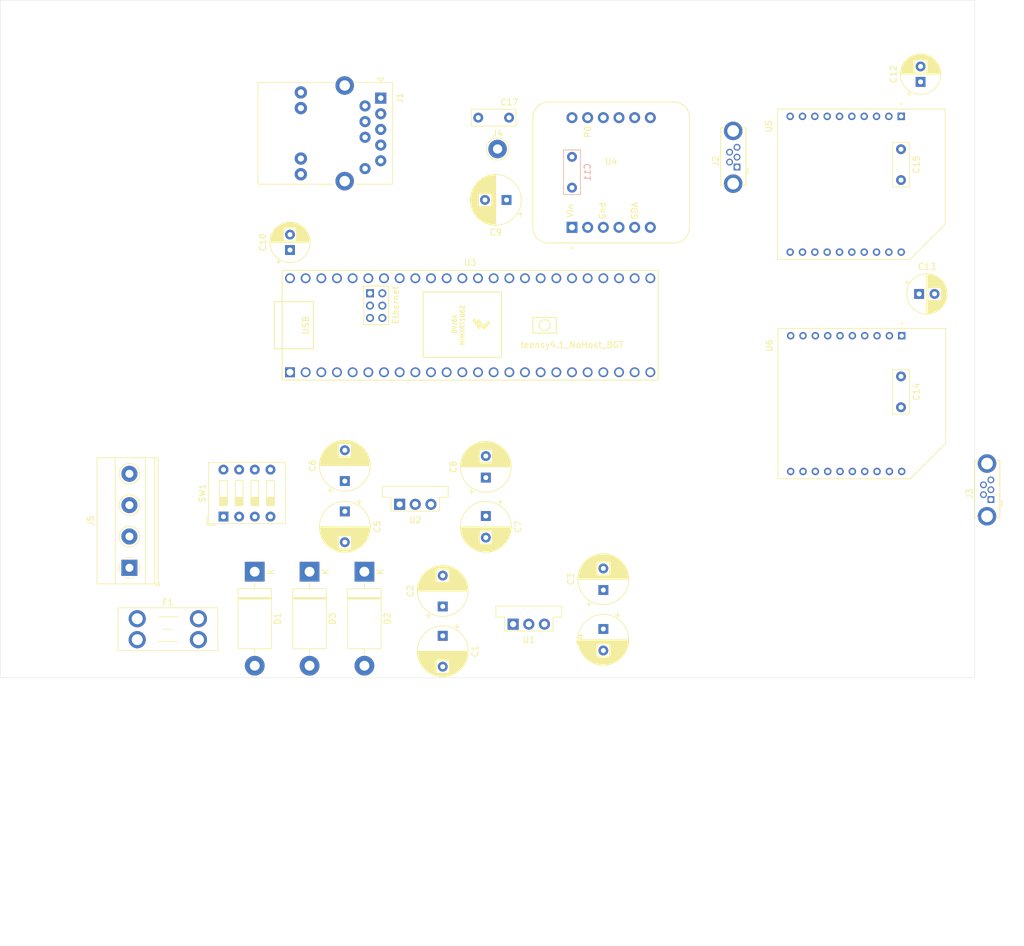
<source format=kicad_pcb>
(kicad_pcb (version 20211014) (generator pcbnew)
  (layers (0 "F.Cu" signal) (31 "B.Cu" signal) (34 "B.Paste" user) (35 "F.Paste" user) (36 "B.SilkS" user "B.Silkscreen") (37 "F.SilkS" user "F.Silkscreen") (38 "B.Mask" user) (39 "F.Mask" user) (44 "Edge.Cuts" user))
  (net 0 "")
  (net 1 "GND")
  (net 2 "+3V3")
  (net 3 "+5V")
  (net 4 "Net-(C1-Pad1)")
  (net 5 "Net-(C5-Pad1)")
  (net 6 "+12V")
  (net 7 "Net-(J1-Pad3)")
  (net 8 "Net-(J1-Pad6)")
  (net 9 "Net-(C11-Pad1)")
  (net 11 "Net-(C17-Pad1)")
  (net 12 "Net-(J2-Pad1)")
  (net 13 "Net-(J2-Pad2)")
  (net 14 "Net-(J2-Pad3)")
  (net 16 "Net-(J3-Pad1)")
  (net 17 "Net-(J3-Pad2)")
  (net 18 "Net-(J3-Pad3)")
  (net 20 "Net-(J1-Pad1)")
  (net 21 "Net-(J1-Pad2)")
  (net 66 "Net-(U5-Pad16)")
  (net 82 "Net-(J1-Pad13)")
  (net 83 "Net-(SW1-Pad5)")
  (net 84 "Net-(SW1-Pad6)")
  (net 85 "Net-(SW1-Pad7)")
  (net 86 "Net-(SW1-Pad8)")
  (net 87 "Net-(U3-Pad38)")
  (net 88 "Net-(U3-Pad39)")
  (net 89 "Net-(U3-Pad42)")
  (net 90 "Net-(U3-Pad43)")
  (net 93 "Earth")
  (net 98 "Net-(D3-Pad1)")
  (footprint "Diode_THT:D_DO-201AD_P15.24mm_Horizontal" (layer "F.Cu") (at 185.42 146.638557 -90)
    (fp_text reference "D2" (at 7.62 -3.72 90) (layer "F.SilkS"))
    (fp_text value "1N5401")
    (fp_text user "K" (at 0 -2.6 90) (layer "F.SilkS"))
    (pad "1" thru_hole rect (at 0 0 270) (size 3.2 3.2) (drill 1.6) (layers *.Cu *.Mask) (net 4 "Net-(C1-Pad1)"))
    (pad "2" thru_hole oval (at 15.24 0 270) (size 3.2 3.2) (drill 1.6) (layers *.Cu *.Mask) (net 98 "Net-(D3-Pad1)"))
  )
  (footprint "Button_Switch_THT:SW_DIP_SPSTx04_Slide_9.78x12.34mm_W7.62mm_P2.54mm" (layer "F.Cu") (at 162.57 137.706057 90)
    (fp_text reference "SW1" (at 3.81 -3.42 90) (layer "F.SilkS"))
    (fp_text value "SW_DIP_x04")
    (pad "1" thru_hole rect (at 0 0 90) (size 1.6 1.6) (drill 0.8) (layers *.Cu *.Mask) (net 1 "GND"))
    (pad "2" thru_hole oval (at 0 2.54 90) (size 1.6 1.6) (drill 0.8) (layers *.Cu *.Mask) (net 1 "GND"))
    (pad "3" thru_hole oval (at 0 5.08 90) (size 1.6 1.6) (drill 0.8) (layers *.Cu *.Mask) (net 1 "GND"))
    (pad "4" thru_hole oval (at 0 7.62 90) (size 1.6 1.6) (drill 0.8) (layers *.Cu *.Mask) (net 1 "GND"))
    (pad "5" thru_hole oval (at 7.62 7.62 90) (size 1.6 1.6) (drill 0.8) (layers *.Cu *.Mask) (net 83 "Net-(SW1-Pad5)"))
    (pad "6" thru_hole oval (at 7.62 5.08 90) (size 1.6 1.6) (drill 0.8) (layers *.Cu *.Mask) (net 84 "Net-(SW1-Pad6)"))
    (pad "7" thru_hole oval (at 7.62 2.54 90) (size 1.6 1.6) (drill 0.8) (layers *.Cu *.Mask) (net 85 "Net-(SW1-Pad7)"))
    (pad "8" thru_hole oval (at 7.62 0 90) (size 1.6 1.6) (drill 0.8) (layers *.Cu *.Mask) (net 86 "Net-(SW1-Pad8)"))
  )
  (footprint "Capacitor_THT:CP_Radial_D8.0mm_P5.00mm" (layer "F.Cu") (at 198.12 152.267114 90)
    (fp_text reference "C2" (at 2.5 -5.25 90) (layer "F.SilkS"))
    (fp_text value "470uF")
    (pad "1" thru_hole rect (at 0 0 90) (size 1.6 1.6) (drill 0.8) (layers *.Cu *.Mask) (net 4 "Net-(C1-Pad1)"))
    (pad "2" thru_hole circle (at 5 0 90) (size 1.6 1.6) (drill 0.8) (layers *.Cu *.Mask) (net 1 "GND"))
  )
  (footprint "Capacitor_THT:CP_Radial_D8.0mm_P3.50mm" (layer "F.Cu") (at 205.105 137.607047 -90)
    (fp_text reference "C7" (at 1.75 -5.25 90) (layer "F.SilkS"))
    (fp_text value "100uF")
    (pad "1" thru_hole rect (at 0 0 270) (size 1.6 1.6) (drill 0.8) (layers *.Cu *.Mask) (net 3 "+5V"))
    (pad "2" thru_hole circle (at 3.5 0 270) (size 1.6 1.6) (drill 0.8) (layers *.Cu *.Mask) (net 1 "GND"))
  )
  (footprint "Capacitor_THT:CP_Radial_D6.3mm_P2.50mm" (layer "F.Cu") (at 275.352662 101.6)
    (fp_text reference "C13" (at 1.25 -4.4) (layer "F.SilkS"))
    (fp_text value "1uF")
    (pad "1" thru_hole rect (at 0 0) (size 1.6 1.6) (drill 0.8) (layers *.Cu *.Mask) (net 2 "+3V3"))
    (pad "2" thru_hole circle (at 2.5 0) (size 1.6 1.6) (drill 0.8) (layers *.Cu *.Mask) (net 1 "GND"))
  )
  (footprint "AA_Foots:Teensy41_BGT" (layer "F.Cu") (at 202.565 106.68)
    (fp_text reference "U3" (at 0 -10.16) (layer "F.SilkS"))
    (fp_text value "teensy4.1_NoHost_BGT" (at 16.51 3.175) (layer "F.SilkS"))
    (fp_text user "DVJ6A" (at -2.54 -0.18 90) (layer "F.SilkS") (effects (font (size 0.7 0.7))))
    (fp_text user "MIMXRT1062" (at -1.27 0 90) (layer "F.SilkS") (effects (font (size 0.7 0.7))))
    (fp_text user "Ethernet" (at -12.065 -3.2766 90) (layer "F.SilkS"))
    (fp_text user "USB" (at -26.67 0 90) (layer "F.SilkS"))
    (pad "1" thru_hole rect (at -29.21 7.62) (size 1.6 1.6) (drill 1.1) (layers *.Cu *.Mask) (net 1 "GND"))
    (pad "2" thru_hole circle (at -26.67 7.62) (size 1.6 1.6) (drill 1.1) (layers *.Cu *.Mask))
    (pad "3" thru_hole circle (at -24.13 7.62) (size 1.6 1.6) (drill 1.1) (layers *.Cu *.Mask))
    (pad "4" thru_hole circle (at -21.59 7.62) (size 1.6 1.6) (drill 1.1) (layers *.Cu *.Mask))
    (pad "5" thru_hole circle (at -19.05 7.62) (size 1.6 1.6) (drill 1.1) (layers *.Cu *.Mask))
    (pad "6" thru_hole circle (at -16.51 7.62) (size 1.6 1.6) (drill 1.1) (layers *.Cu *.Mask))
    (pad "7" thru_hole circle (at -13.97 7.62) (size 1.6 1.6) (drill 1.1) (layers *.Cu *.Mask))
    (pad "8" thru_hole circle (at -11.43 7.62) (size 1.6 1.6) (drill 1.1) (layers *.Cu *.Mask))
    (pad "9" thru_hole circle (at -8.89 7.62) (size 1.6 1.6) (drill 1.1) (layers *.Cu *.Mask))
    (pad "10" thru_hole circle (at -6.35 7.62) (size 1.6 1.6) (drill 1.1) (layers *.Cu *.Mask))
    (pad "11" thru_hole circle (at -3.81 7.62) (size 1.6 1.6) (drill 1.1) (layers *.Cu *.Mask) (net 86 "Net-(SW1-Pad8)"))
    (pad "12" thru_hole circle (at -1.27 7.62) (size 1.6 1.6) (drill 1.1) (layers *.Cu *.Mask) (net 85 "Net-(SW1-Pad7)"))
    (pad "13" thru_hole circle (at 1.27 7.62) (size 1.6 1.6) (drill 1.1) (layers *.Cu *.Mask) (net 84 "Net-(SW1-Pad6)"))
    (pad "14" thru_hole circle (at 3.81 7.62) (size 1.6 1.6) (drill 1.1) (layers *.Cu *.Mask) (net 83 "Net-(SW1-Pad5)"))
    (pad "15" thru_hole circle (at 6.35 7.62) (size 1.6 1.6) (drill 1.1) (layers *.Cu *.Mask))
    (pad "16" thru_hole circle (at 8.89 7.62) (size 1.6 1.6) (drill 1.1) (layers *.Cu *.Mask))
    (pad "17" thru_hole circle (at 11.43 7.62) (size 1.6 1.6) (drill 1.1) (layers *.Cu *.Mask))
    (pad "18" thru_hole circle (at 13.97 7.62) (size 1.6 1.6) (drill 1.1) (layers *.Cu *.Mask))
    (pad "19" thru_hole circle (at 16.51 7.62) (size 1.6 1.6) (drill 1.1) (layers *.Cu *.Mask))
    (pad "20" thru_hole circle (at 19.05 7.62) (size 1.6 1.6) (drill 1.1) (layers *.Cu *.Mask))
    (pad "21" thru_hole circle (at 21.59 7.62) (size 1.6 1.6) (drill 1.1) (layers *.Cu *.Mask))
    (pad "22" thru_hole circle (at 24.13 7.62) (size 1.6 1.6) (drill 1.1) (layers *.Cu *.Mask))
    (pad "23" thru_hole circle (at 26.67 7.62) (size 1.6 1.6) (drill 1.1) (layers *.Cu *.Mask))
    (pad "24" thru_hole circle (at 29.21 7.62) (size 1.6 1.6) (drill 1.1) (layers *.Cu *.Mask))
    (pad "25" thru_hole circle (at 29.21 -7.62) (size 1.6 1.6) (drill 1.1) (layers *.Cu *.Mask))
    (pad "26" thru_hole circle (at 26.67 -7.62) (size 1.6 1.6) (drill 1.1) (layers *.Cu *.Mask))
    (pad "27" thru_hole circle (at 24.13 -7.62) (size 1.6 1.6) (drill 1.1) (layers *.Cu *.Mask))
    (pad "28" thru_hole circle (at 21.59 -7.62) (size 1.6 1.6) (drill 1.1) (layers *.Cu *.Mask))
    (pad "29" thru_hole circle (at 19.05 -7.62) (size 1.6 1.6) (drill 1.1) (layers *.Cu *.Mask))
    (pad "30" thru_hole circle (at 16.51 -7.62) (size 1.6 1.6) (drill 1.1) (layers *.Cu *.Mask))
    (pad "31" thru_hole circle (at 13.97 -7.62) (size 1.6 1.6) (drill 1.1) (layers *.Cu *.Mask))
    (pad "32" thru_hole circle (at 11.43 -7.62) (size 1.6 1.6) (drill 1.1) (layers *.Cu *.Mask))
    (pad "33" thru_hole circle (at 8.89 -7.62) (size 1.6 1.6) (drill 1.1) (layers *.Cu *.Mask))
    (pad "34" thru_hole circle (at 6.35 -7.62) (size 1.6 1.6) (drill 1.1) (layers *.Cu *.Mask) (net 1 "GND"))
    (pad "35" thru_hole circle (at 3.81 -7.62) (size 1.6 1.6) (drill 1.1) (layers *.Cu *.Mask))
    (pad "36" thru_hole circle (at 1.27 -7.62) (size 1.6 1.6) (drill 1.1) (layers *.Cu *.Mask))
    (pad "37" thru_hole circle (at -1.27 -7.62) (size 1.6 1.6) (drill 1.1) (layers *.Cu *.Mask))
    (pad "38" thru_hole circle (at -3.81 -7.62) (size 1.6 1.6) (drill 1.1) (layers *.Cu *.Mask) (net 87 "Net-(U3-Pad38)"))
    (pad "39" thru_hole circle (at -6.35 -7.62) (size 1.6 1.6) (drill 1.1) (layers *.Cu *.Mask) (net 88 "Net-(U3-Pad39)"))
    (pad "40" thru_hole circle (at -8.89 -7.62) (size 1.6 1.6) (drill 1.1) (layers *.Cu *.Mask))
    (pad "41" thru_hole circle (at -11.43 -7.62) (size 1.6 1.6) (drill 1.1) (layers *.Cu *.Mask))
    (pad "42" thru_hole circle (at -13.97 -7.62) (size 1.6 1.6) (drill 1.1) (layers *.Cu *.Mask) (net 89 "Net-(U3-Pad42)"))
    (pad "43" thru_hole circle (at -16.51 -7.62) (size 1.6 1.6) (drill 1.1) (layers *.Cu *.Mask) (net 90 "Net-(U3-Pad43)"))
    (pad "44" thru_hole circle (at -19.05 -7.62) (size 1.6 1.6) (drill 1.1) (layers *.Cu *.Mask))
    (pad "45" thru_hole circle (at -21.59 -7.62) (size 1.6 1.6) (drill 1.1) (layers *.Cu *.Mask))
    (pad "46" thru_hole circle (at -24.13 -7.62) (size 1.6 1.6) (drill 1.1) (layers *.Cu *.Mask) (net 9 "Net-(C11-Pad1)"))
    (pad "47" thru_hole circle (at -26.67 -7.62) (size 1.6 1.6) (drill 1.1) (layers *.Cu *.Mask) (net 1 "GND"))
    (pad "48" thru_hole circle (at -29.21 -7.62) (size 1.6 1.6) (drill 1.1) (layers *.Cu *.Mask) (net 3 "+5V"))
    (pad "60" thru_hole rect (at -16.24 -5.1816) (size 1.3 1.3) (drill 0.8) (layers *.Cu *.Mask) (net 7 "Net-(J1-Pad3)"))
    (pad "61" thru_hole circle (at -16.24 -3.1816) (size 1.3 1.3) (drill 0.8) (layers *.Cu *.Mask) (net 82 "Net-(J1-Pad13)"))
    (pad "62" thru_hole circle (at -16.24 -1.1816) (size 1.3 1.3) (drill 0.8) (layers *.Cu *.Mask) (net 21 "Net-(J1-Pad2)"))
    (pad "63" thru_hole circle (at -14.24 -1.1816) (size 1.3 1.3) (drill 0.8) (layers *.Cu *.Mask) (net 20 "Net-(J1-Pad1)"))
    (pad "64" thru_hole circle (at -14.24 -3.1816) (size 1.3 1.3) (drill 0.8) (layers *.Cu *.Mask) (net 1 "GND"))
    (pad "65" thru_hole circle (at -14.24 -5.1816) (size 1.3 1.3) (drill 0.8) (layers *.Cu *.Mask) (net 8 "Net-(J1-Pad6)"))
  )
  (footprint "Converter_DCDC:Converter_DCDC_Murata_OKI-78SR_Vertical" (layer "F.Cu") (at 209.53 155.143557)
    (fp_text reference "U1" (at 2.54 2.54) (layer "F.SilkS"))
    (fp_text value "OKI-78SR-3.3_1.5-W36-C")
    (pad "1" thru_hole rect (at 0 0) (size 1.8 1.8) (drill 1) (layers *.Cu *.Mask) (net 4 "Net-(C1-Pad1)"))
    (pad "2" thru_hole circle (at 2.54 0) (size 1.8 1.8) (drill 1) (layers *.Cu *.Mask) (net 1 "GND"))
    (pad "3" thru_hole circle (at 5.08 0) (size 1.8 1.8) (drill 1) (layers *.Cu *.Mask) (net 2 "+3V3"))
  )
  (footprint "MyFootprints:USB_Mini_B_AdamTech_musb_b5_s_vt_02_TH" (layer "F.Cu") (at 245.227 79.4248 90)
    (fp_text reference "J2" (at -0.65 -2.85 90) (layer "F.SilkS"))
    (fp_text value "USB_B_Micro_L")
    (pad "1" thru_hole rect (at -1.6 0.6 90) (size 1.1 1.1) (drill 0.7) (layers *.Cu *.Mask) (net 12 "Net-(J2-Pad1)"))
    (pad "2" thru_hole circle (at -0.8 -0.6 90) (size 1.1 1.1) (drill 0.7) (layers *.Cu *.Mask) (net 13 "Net-(J2-Pad2)"))
    (pad "3" thru_hole circle (at 0 0.6 90) (size 1.1 1.1) (drill 0.7) (layers *.Cu *.Mask) (net 14 "Net-(J2-Pad3)"))
    (pad "4" thru_hole circle (at 0.8 -0.6 90) (size 1.1 1.1) (drill 0.7) (layers *.Cu *.Mask))
    (pad "5" thru_hole circle (at 1.6 0.6 90) (size 1.1 1.1) (drill 0.7) (layers *.Cu *.Mask) (net 1 "GND"))
    (pad "6" thru_hole circle (at 4.25 -0.025 90) (size 3 3) (drill 1.9) (layers *.Cu *.Mask) (net 1 "GND"))
    (pad "6" thru_hole circle (at -4.3 -0.025 90) (size 3 3) (drill 1.9) (layers *.Cu *.Mask) (net 1 "GND"))
  )
  (footprint "Connector_Pin:Pin_D1.3mm_L11.0mm_LooseFit" (layer "F.Cu") (at 207.01 78.105 180)
    (fp_text reference "J4" (at 0 2.55) (layer "F.SilkS"))
    (fp_text value "Chassis Gnd")
    (pad "1" thru_hole circle (at 0 0 180) (size 3 3) (drill 1.5) (layers *.Cu *.Mask) (net 93 "Earth"))
  )
  (footprint "Capacitor_THT:C_Disc_D7.0mm_W2.5mm_P5.00mm" (layer "F.Cu") (at 272.415 114.975 -90)
    (fp_text reference "C14" (at 2.5 -2.5 90) (layer "F.SilkS"))
    (fp_text value "0.1uF")
    (pad "1" thru_hole circle (at 0 0 270) (size 1.6 1.6) (drill 0.8) (layers *.Cu *.Mask) (net 2 "+3V3"))
    (pad "2" thru_hole circle (at 5 0 270) (size 1.6 1.6) (drill 0.8) (layers *.Cu *.Mask) (net 1 "GND"))
  )
  (footprint "Capacitor_THT:C_Disc_D7.0mm_W2.5mm_P5.00mm" (layer "F.Cu") (at 272.415 78.145 -90)
    (fp_text reference "C15" (at 2.5 -2.5 90) (layer "F.SilkS"))
    (fp_text value "0.1uF")
    (pad "1" thru_hole circle (at 0 0 270) (size 1.6 1.6) (drill 0.8) (layers *.Cu *.Mask) (net 2 "+3V3"))
    (pad "2" thru_hole circle (at 5 0 270) (size 1.6 1.6) (drill 0.8) (layers *.Cu *.Mask) (net 1 "GND"))
  )
  (footprint "Capacitor_THT:CP_Radial_D8.0mm_P3.50mm" (layer "F.Cu") (at 205.105 131.387349 90)
    (fp_text reference "C8" (at 1.75 -5.25 90) (layer "F.SilkS"))
    (fp_text value "100uF")
    (pad "1" thru_hole rect (at 0 0 90) (size 1.6 1.6) (drill 0.8) (layers *.Cu *.Mask) (net 3 "+5V"))
    (pad "2" thru_hole circle (at 3.5 0 90) (size 1.6 1.6) (drill 0.8) (layers *.Cu *.Mask) (net 1 "GND"))
  )
  (footprint "Converter_DCDC:Converter_DCDC_Murata_OKI-78SR_Vertical" (layer "F.Cu") (at 191.125 135.713557)
    (fp_text reference "U2" (at 2.54 2.54) (layer "F.SilkS"))
    (fp_text value "OKI-78SR-5_1.5-W36-C")
    (pad "1" thru_hole rect (at 0 0) (size 1.8 1.8) (drill 1) (layers *.Cu *.Mask) (net 5 "Net-(C5-Pad1)"))
    (pad "2" thru_hole circle (at 2.54 0) (size 1.8 1.8) (drill 1) (layers *.Cu *.Mask) (net 1 "GND"))
    (pad "3" thru_hole circle (at 5.08 0) (size 1.8 1.8) (drill 1) (layers *.Cu *.Mask) (net 3 "+5V"))
  )
  (footprint "Capacitor_THT:CP_Radial_D8.0mm_P5.00mm" (layer "F.Cu") (at 198.12 157.033255 -90)
    (fp_text reference "C1" (at 2.5 -5.25 90) (layer "F.SilkS"))
    (fp_text value "470uF")
    (pad "1" thru_hole rect (at 0 0 270) (size 1.6 1.6) (drill 0.8) (layers *.Cu *.Mask) (net 4 "Net-(C1-Pad1)"))
    (pad "2" thru_hole circle (at 5 0 270) (size 1.6 1.6) (drill 0.8) (layers *.Cu *.Mask) (net 1 "GND"))
  )
  (footprint "AA_Foots:BNO085_Adafruit_4754" (layer "F.Cu") (at 225.425 81.915)
    (fp_text reference "U4" (at 0 -1.8) (layer "F.SilkS"))
    (fp_text value "Ada BNO085")
    (fp_text user "Vin" (at -6.6 6.2 90 unlocked) (layer "F.SilkS"))
    (fp_text user "Gnd" (at -1.4 6.2 90 unlocked) (layer "F.SilkS"))
    (fp_text user "P0" (at -3.8 -6.6 90 unlocked) (layer "F.SilkS"))
    (fp_text user "SDA" (at 3.8 6.2 90 unlocked) (layer "F.SilkS"))
    (pad "JP1_1" thru_hole rect (at -6.35 8.89) (size 1.778 1.778) (drill 1) (layers *.Cu *.Mask) (net 9 "Net-(C11-Pad1)"))
    (pad "JP1_2" thru_hole circle (at -3.81 8.89) (size 1.778 1.778) (drill 1) (layers *.Cu *.Mask))
    (pad "JP1_3" thru_hole circle (at -1.27 8.89) (size 1.778 1.778) (drill 1) (layers *.Cu *.Mask) (net 1 "GND"))
    (pad "JP1_4" thru_hole circle (at 1.27 8.89) (size 1.778 1.778) (drill 1) (layers *.Cu *.Mask))
    (pad "JP1_5" thru_hole circle (at 3.81 8.89) (size 1.778 1.778) (drill 1) (layers *.Cu *.Mask))
    (pad "JP1_6" thru_hole circle (at 6.35 8.89) (size 1.778 1.778) (drill 1) (layers *.Cu *.Mask))
    (pad "JP2_1" thru_hole circle (at -6.35 -8.89) (size 1.778 1.778) (drill 1) (layers *.Cu *.Mask))
    (pad "JP2_2" thru_hole circle (at -3.81 -8.89) (size 1.778 1.778) (drill 1) (layers *.Cu *.Mask) (net 9 "Net-(C11-Pad1)"))
    (pad "JP2_3" thru_hole circle (at -1.27 -8.89) (size 1.778 1.778) (drill 1) (layers *.Cu *.Mask))
    (pad "JP2_4" thru_hole circle (at 1.27 -8.89) (size 1.778 1.778) (drill 1) (layers *.Cu *.Mask))
    (pad "JP2_5" thru_hole circle (at 3.81 -8.89) (size 1.778 1.778) (drill 1) (layers *.Cu *.Mask))
    (pad "JP2_6" thru_hole circle (at 6.35 -8.89) (size 1.778 1.778) (drill 1) (layers *.Cu *.Mask))
  )
  (footprint "AA_Foots:MODULE_AS-RTK2B-MICRO-F9P-L1L2SMATH-00" (layer "F.Cu") (at 266.065 119.38 -90)
    (fp_text reference "U6" (at -9.4 14.985 90) (layer "F.SilkS"))
    (fp_text value "F9P_Micro_Right")
    (pad "1" thru_hole rect (at -11.0039 -6.4642 270) (size 1.208 1.208) (drill 0.7) (layers *.Cu *.Mask) (net 2 "+3V3"))
    (pad "2" thru_hole circle (at -11.0039 -4.4642 270) (size 1.208 1.208) (drill 0.7) (layers *.Cu *.Mask) (net 87 "Net-(U3-Pad38)"))
    (pad "3" thru_hole circle (at -11.0039 -2.4642 270) (size 1.208 1.208) (drill 0.7) (layers *.Cu *.Mask) (net 88 "Net-(U3-Pad39)"))
    (pad "4" thru_hole circle (at -11.0039 -0.4642 270) (size 1.208 1.208) (drill 0.7) (layers *.Cu *.Mask))
    (pad "5" thru_hole circle (at -11.0039 1.5358 270) (size 1.208 1.208) (drill 0.7) (layers *.Cu *.Mask))
    (pad "6" thru_hole circle (at -11.0039 3.5358 270) (size 1.208 1.208) (drill 0.7) (layers *.Cu *.Mask) (net 16 "Net-(J3-Pad1)"))
    (pad "7" thru_hole circle (at -11.0039 5.5358 270) (size 1.208 1.208) (drill 0.7) (layers *.Cu *.Mask) (net 18 "Net-(J3-Pad3)"))
    (pad "8" thru_hole circle (at -11.0039 7.5358 270) (size 1.208 1.208) (drill 0.7) (layers *.Cu *.Mask) (net 17 "Net-(J3-Pad2)"))
    (pad "9" thru_hole circle (at -11.0039 9.5358 270) (size 1.208 1.208) (drill 0.7) (layers *.Cu *.Mask))
    (pad "10" thru_hole circle (at -11.0039 11.5358 270) (size 1.208 1.208) (drill 0.7) (layers *.Cu *.Mask) (net 1 "GND"))
    (pad "11" thru_hole circle (at 11.0034 11.5358 270) (size 1.208 1.208) (drill 0.7) (layers *.Cu *.Mask) (net 1 "GND"))
    (pad "12" thru_hole circle (at 11.0034 9.5358 270) (size 1.208 1.208) (drill 0.7) (layers *.Cu *.Mask) (net 66 "Net-(U5-Pad16)"))
    (pad "13" thru_hole circle (at 11.0034 7.5358 270) (size 1.208 1.208) (drill 0.7) (layers *.Cu *.Mask))
    (pad "14" thru_hole circle (at 11.0034 5.5358 270) (size 1.208 1.208) (drill 0.7) (layers *.Cu *.Mask))
    (pad "15" thru_hole circle (at 11.0034 3.5358 270) (size 1.208 1.208) (drill 0.7) (layers *.Cu *.Mask))
    (pad "16" thru_hole circle (at 11.0034 1.5358 270) (size 1.208 1.208) (drill 0.7) (layers *.Cu *.Mask))
    (pad "17" thru_hole circle (at 11.0034 -0.4642 270) (size 1.208 1.208) (drill 0.7) (layers *.Cu *.Mask))
    (pad "18" thru_hole circle (at 11.0034 -2.4642 270) (size 1.208 1.208) (drill 0.7) (layers *.Cu *.Mask))
    (pad "19" thru_hole circle (at 11.0034 -4.4642 270) (size 1.208 1.208) (drill 0.7) (layers *.Cu *.Mask))
    (pad "20" thru_hole circle (at 11.0034 -6.4642 270) (size 1.208 1.208) (drill 0.7) (layers *.Cu *.Mask))
  )
  (footprint "Capacitor_THT:CP_Radial_D8.0mm_P3.50mm" (layer "F.Cu") (at 208.467953 86.36 180)
    (fp_text reference "C9" (at 1.75 -5.25) (layer "F.SilkS"))
    (fp_text value "1uF")
    (pad "1" thru_hole rect (at 0 0 180) (size 1.6 1.6) (drill 0.8) (layers *.Cu *.Mask) (net 9 "Net-(C11-Pad1)"))
    (pad "2" thru_hole circle (at 3.5 0 180) (size 1.6 1.6) (drill 0.8) (layers *.Cu *.Mask) (net 1 "GND"))
  )
  (footprint "Diode_THT:D_DO-201AD_P15.24mm_Horizontal" (layer "F.Cu") (at 176.53 146.638557 -90)
    (fp_text reference "D3" (at 7.62 -3.72 90) (layer "F.SilkS"))
    (fp_text value "1N5401")
    (fp_text user "K" (at 0 -2.6 90) (layer "F.SilkS"))
    (pad "1" thru_hole rect (at 0 0 270) (size 3.2 3.2) (drill 1.6) (layers *.Cu *.Mask) (net 98 "Net-(D3-Pad1)"))
    (pad "2" thru_hole oval (at 15.24 0 270) (size 3.2 3.2) (drill 1.6) (layers *.Cu *.Mask) (net 1 "GND"))
  )
  (footprint "Diode_THT:D_DO-201AD_P15.24mm_Horizontal" (layer "F.Cu") (at 167.64 146.638557 -90)
    (fp_text reference "D1" (at 7.62 -3.72 90) (layer "F.SilkS"))
    (fp_text value "1N5401")
    (fp_text user "K" (at 0 -2.6 90) (layer "F.SilkS"))
    (pad "1" thru_hole rect (at 0 0 270) (size 3.2 3.2) (drill 1.6) (layers *.Cu *.Mask) (net 5 "Net-(C5-Pad1)"))
    (pad "2" thru_hole oval (at 15.24 0 270) (size 3.2 3.2) (drill 1.6) (layers *.Cu *.Mask) (net 98 "Net-(D3-Pad1)"))
  )
  (footprint "Capacitor_THT:CP_Radial_D8.0mm_P5.00mm" (layer "F.Cu") (at 182.245 131.942651 90)
    (fp_text reference "C6" (at 2.5 -5.25 90) (layer "F.SilkS"))
    (fp_text value "470uF")
    (pad "1" thru_hole rect (at 0 0 90) (size 1.6 1.6) (drill 0.8) (layers *.Cu *.Mask) (net 5 "Net-(C5-Pad1)"))
    (pad "2" thru_hole circle (at 5 0 90) (size 1.6 1.6) (drill 0.8) (layers *.Cu *.Mask) (net 1 "GND"))
  )
  (footprint "Connector_RJ:RJ45_Abracon_ARJP11A-MA_Horizontal" (layer "F.Cu") (at 188.065 69.855 -90)
    (fp_text reference "J1" (at -0.005 -3.1 90) (layer "F.SilkS"))
    (fp_text value "RJ45_Abracon_ARJP11A-MASA-B-A-EMU2")
    (pad "" np_thru_hole circle (at 0 8.89 270) (size 3.2 3.2) (drill 3.2) (layers *.Cu *.Mask))
    (pad "" np_thru_hole circle (at 11.43 8.89 270) (size 3.2 3.2) (drill 3.2) (layers *.Cu *.Mask))
    (pad "1" thru_hole rect (at 0 0 270) (size 1.8 1.8) (drill 0.9) (layers *.Cu *.Mask) (net 20 "Net-(J1-Pad1)"))
    (pad "2" thru_hole circle (at 1.27 2.54 270) (size 1.8 1.8) (drill 0.9) (layers *.Cu *.Mask) (net 21 "Net-(J1-Pad2)"))
    (pad "3" thru_hole circle (at 2.54 0 270) (size 1.8 1.8) (drill 0.9) (layers *.Cu *.Mask) (net 7 "Net-(J1-Pad3)"))
    (pad "4" thru_hole circle (at 3.81 2.54 270) (size 1.8 1.8) (drill 0.9) (layers *.Cu *.Mask) (net 11 "Net-(C17-Pad1)"))
    (pad "5" thru_hole circle (at 5.08 0 270) (size 1.8 1.8) (drill 0.9) (layers *.Cu *.Mask) (net 11 "Net-(C17-Pad1)"))
    (pad "6" thru_hole circle (at 6.35 2.54 270) (size 1.8 1.8) (drill 0.9) (layers *.Cu *.Mask) (net 8 "Net-(J1-Pad6)"))
    (pad "7" thru_hole circle (at 7.62 0 270) (size 1.8 1.8) (drill 0.9) (layers *.Cu *.Mask) (net 93 "Earth"))
    (pad "9" thru_hole circle (at 10.16 0 270) (size 1.8 1.8) (drill 0.9) (layers *.Cu *.Mask) (net 6 "+12V"))
    (pad "10" thru_hole circle (at 11.43 2.54 270) (size 1.8 1.8) (drill 0.9) (layers *.Cu *.Mask) (net 1 "GND"))
    (pad "11" thru_hole circle (at -0.92 12.95 270) (size 2 2) (drill 1) (layers *.Cu *.Mask))
    (pad "12" thru_hole circle (at 1.62 12.95 270) (size 2 2) (drill 1) (layers *.Cu *.Mask) (net 1 "GND"))
    (pad "13" thru_hole circle (at 9.8 12.95 270) (size 2 2) (drill 1) (layers *.Cu *.Mask) (net 82 "Net-(J1-Pad13)"))
    (pad "14" thru_hole circle (at 12.34 12.95 270) (size 2 2) (drill 1) (layers *.Cu *.Mask) (net 1 "GND"))
    (pad "15" thru_hole circle (at -2.04 5.84 270) (size 3 3) (drill 1.7) (layers *.Cu *.Mask) (net 1 "GND"))
    (pad "15" thru_hole circle (at 13.46 5.84 270) (size 3 3) (drill 1.7) (layers *.Cu *.Mask) (net 1 "GND"))
  )
  (footprint "Capacitor_THT:CP_Radial_D8.0mm_P5.00mm" (layer "F.Cu") (at 182.245 136.857047 -90)
    (fp_text reference "C5" (at 2.5 -5.25 90) (layer "F.SilkS"))
    (fp_text value "470uF")
    (pad "1" thru_hole rect (at 0 0 270) (size 1.6 1.6) (drill 0.8) (layers *.Cu *.Mask) (net 5 "Net-(C5-Pad1)"))
    (pad "2" thru_hole circle (at 5 0 270) (size 1.6 1.6) (drill 0.8) (layers *.Cu *.Mask) (net 1 "GND"))
  )
  (footprint "AA_Foots:USB_Mini_B_AdamTech_musb_b5_s_vt_02_TH" (layer "F.Cu") (at 286.385 133.35 90)
    (fp_text reference "J3" (at -0.65 -2.85 90) (layer "F.SilkS"))
    (fp_text value "USB_B_Micro_R")
    (pad "1" thru_hole rect (at -1.6 0.6 90) (size 1.1 1.1) (drill 0.7) (layers *.Cu *.Mask) (net 16 "Net-(J3-Pad1)"))
    (pad "2" thru_hole circle (at -0.8 -0.6 90) (size 1.1 1.1) (drill 0.7) (layers *.Cu *.Mask) (net 17 "Net-(J3-Pad2)"))
    (pad "3" thru_hole circle (at 0 0.6 90) (size 1.1 1.1) (drill 0.7) (layers *.Cu *.Mask) (net 18 "Net-(J3-Pad3)"))
    (pad "4" thru_hole circle (at 0.8 -0.6 90) (size 1.1 1.1) (drill 0.7) (layers *.Cu *.Mask))
    (pad "5" thru_hole circle (at 1.6 0.6 90) (size 1.1 1.1) (drill 0.7) (layers *.Cu *.Mask) (net 1 "GND"))
    (pad "6" thru_hole circle (at -4.3 -0.025 90) (size 3 3) (drill 1.9) (layers *.Cu *.Mask) (net 1 "GND"))
    (pad "6" thru_hole circle (at 4.25 -0.025 90) (size 3 3) (drill 1.9) (layers *.Cu *.Mask) (net 1 "GND"))
  )
  (footprint "Capacitor_THT:CP_Radial_D6.3mm_P2.50mm" (layer "F.Cu") (at 275.59 67.22238 90)
    (fp_text reference "C12" (at 1.25 -4.4 90) (layer "F.SilkS"))
    (fp_text value "1uF")
    (pad "1" thru_hole rect (at 0 0 90) (size 1.6 1.6) (drill 0.8) (layers *.Cu *.Mask) (net 2 "+3V3"))
    (pad "2" thru_hole circle (at 2.5 0 90) (size 1.6 1.6) (drill 0.8) (layers *.Cu *.Mask) (net 1 "GND"))
  )
  (footprint "Capacitor_THT:CP_Radial_D8.0mm_P3.50mm" (layer "F.Cu") (at 224.155 149.607651 90)
    (fp_text reference "C3" (at 1.75 -5.25 90) (layer "F.SilkS"))
    (fp_text value "100uF")
    (pad "1" thru_hole rect (at 0 0 90) (size 1.6 1.6) (drill 0.8) (layers *.Cu *.Mask) (net 2 "+3V3"))
    (pad "2" thru_hole circle (at 3.5 0 90) (size 1.6 1.6) (drill 0.8) (layers *.Cu *.Mask) (net 1 "GND"))
  )
  (footprint "AA_Foots:MODULE_AS-RTK2B-MICRO-F9P-L1L2SMATH-00" (layer "F.Cu") (at 265.9808 83.82 -90)
    (fp_text reference "U5" (at -9.4 14.985 90) (layer "F.SilkS"))
    (fp_text value "F9P_Micro_Left")
    (pad "1" thru_hole rect (at -11.0039 -6.4642 270) (size 1.208 1.208) (drill 0.7) (layers *.Cu *.Mask) (net 2 "+3V3"))
    (pad "2" thru_hole circle (at -11.0039 -4.4642 270) (size 1.208 1.208) (drill 0.7) (layers *.Cu *.Mask) (net 90 "Net-(U3-Pad43)"))
    (pad "3" thru_hole circle (at -11.0039 -2.4642 270) (size 1.208 1.208) (drill 0.7) (layers *.Cu *.Mask) (net 89 "Net-(U3-Pad42)"))
    (pad "4" thru_hole circle (at -11.0039 -0.4642 270) (size 1.208 1.208) (drill 0.7) (layers *.Cu *.Mask))
    (pad "5" thru_hole circle (at -11.0039 1.5358 270) (size 1.208 1.208) (drill 0.7) (layers *.Cu *.Mask))
    (pad "6" thru_hole circle (at -11.0039 3.5358 270) (size 1.208 1.208) (drill 0.7) (layers *.Cu *.Mask) (net 12 "Net-(J2-Pad1)"))
    (pad "7" thru_hole circle (at -11.0039 5.5358 270) (size 1.208 1.208) (drill 0.7) (layers *.Cu *.Mask) (net 14 "Net-(J2-Pad3)"))
    (pad "8" thru_hole circle (at -11.0039 7.5358 270) (size 1.208 1.208) (drill 0.7) (layers *.Cu *.Mask) (net 13 "Net-(J2-Pad2)"))
    (pad "9" thru_hole circle (at -11.0039 9.5358 270) (size 1.208 1.208) (drill 0.7) (layers *.Cu *.Mask))
    (pad "10" thru_hole circle (at -11.0039 11.5358 270) (size 1.208 1.208) (drill 0.7) (layers *.Cu *.Mask) (net 1 "GND"))
    (pad "11" thru_hole circle (at 11.0034 11.5358 270) (size 1.208 1.208) (drill 0.7) (layers *.Cu *.Mask) (net 1 "GND"))
    (pad "12" thru_hole circle (at 11.0034 9.5358 270) (size 1.208 1.208) (drill 0.7) (layers *.Cu *.Mask))
    (pad "13" thru_hole circle (at 11.0034 7.5358 270) (size 1.208 1.208) (drill 0.7) (layers *.Cu *.Mask))
    (pad "14" thru_hole circle (at 11.0034 5.5358 270) (size 1.208 1.208) (drill 0.7) (layers *.Cu *.Mask))
    (pad "15" thru_hole circle (at 11.0034 3.5358 270) (size 1.208 1.208) (drill 0.7) (layers *.Cu *.Mask))
    (pad "16" thru_hole circle (at 11.0034 1.5358 270) (size 1.208 1.208) (drill 0.7) (layers *.Cu *.Mask) (net 66 "Net-(U5-Pad16)"))
    (pad "17" thru_hole circle (at 11.0034 -0.4642 270) (size 1.208 1.208) (drill 0.7) (layers *.Cu *.Mask))
    (pad "18" thru_hole circle (at 11.0034 -2.4642 270) (size 1.208 1.208) (drill 0.7) (layers *.Cu *.Mask))
    (pad "19" thru_hole circle (at 11.0034 -4.4642 270) (size 1.208 1.208) (drill 0.7) (layers *.Cu *.Mask))
    (pad "20" thru_hole circle (at 11.0034 -6.4642 270) (size 1.208 1.208) (drill 0.7) (layers *.Cu *.Mask))
  )
  (footprint "Capacitor_THT:CP_Radial_D8.0mm_P3.50mm" (layer "F.Cu") (at 224.155 155.915772 -90)
    (fp_text reference "C4" (at 1.75 3.738188 90) (layer "F.SilkS"))
    (fp_text value "100uF")
    (pad "1" thru_hole rect (at 0 0 270) (size 1.6 1.6) (drill 0.8) (layers *.Cu *.Mask) (net 2 "+3V3"))
    (pad "2" thru_hole circle (at 3.5 0 270) (size 1.6 1.6) (drill 0.8) (layers *.Cu *.Mask) (net 1 "GND"))
  )
  (footprint "Capacitor_THT:C_Disc_D7.0mm_W2.5mm_P5.00mm" (layer "F.Cu") (at 203.875 73.025)
    (fp_text reference "C17" (at 5.04 -2.5) (layer "F.SilkS"))
    (fp_text value "0.1uF")
    (pad "1" thru_hole circle (at 0 0) (size 1.6 1.6) (drill 0.8) (layers *.Cu *.Mask) (net 11 "Net-(C17-Pad1)"))
    (pad "2" thru_hole circle (at 5 0) (size 1.6 1.6) (drill 0.8) (layers *.Cu *.Mask) (net 1 "GND"))
  )
  (footprint "Fuse:Fuseholder_Blade_Mini_Keystone_3568" (layer "F.Cu") (at 148.59 154.258557)
    (fp_text reference "F1" (at 4.96 -2.67) (layer "F.SilkS"))
    (fp_text value "Fuse Keystone 3568")
    (pad "1" thru_hole circle (at 0 3.4) (size 2.78 2.78) (drill 1.78) (layers *.Cu *.Mask) (net 6 "+12V"))
    (pad "1" thru_hole circle (at 0 0) (size 2.78 2.78) (drill 1.78) (layers *.Cu *.Mask) (net 6 "+12V"))
    (pad "2" thru_hole circle (at 9.92 0) (size 2.78 2.78) (drill 1.78) (layers *.Cu *.Mask) (net 98 "Net-(D3-Pad1)"))
    (pad "2" thru_hole circle (at 9.92 3.4) (size 2.78 2.78) (drill 1.78) (layers *.Cu *.Mask) (net 98 "Net-(D3-Pad1)"))
  )
  (footprint "TerminalBlock_Phoenix:TerminalBlock_Phoenix_MKDS-1,5-4-5.08_1x04_P5.08mm_Horizontal" (layer "F.Cu") (at 147.32 146.003563 90)
    (fp_text reference "J5" (at 7.62 -6.26 90) (layer "F.SilkS"))
    (fp_text value "Screw_Terminal_01x04")
    (pad "1" thru_hole rect (at 0 0 90) (size 2.6 2.6) (drill 1.3) (layers *.Cu *.Mask) (net 6 "+12V"))
    (pad "2" thru_hole circle (at 5.08 0 90) (size 2.6 2.6) (drill 1.3) (layers *.Cu *.Mask) (net 6 "+12V"))
    (pad "3" thru_hole circle (at 10.16 0 90) (size 2.6 2.6) (drill 1.3) (layers *.Cu *.Mask) (net 1 "GND"))
    (pad "4" thru_hole circle (at 15.24 0 90) (size 2.6 2.6) (drill 1.3) (layers *.Cu *.Mask) (net 1 "GND"))
  )
  (footprint "Capacitor_THT:CP_Radial_D6.3mm_P2.50mm" (layer "F.Cu") (at 173.355 94.48618 90)
    (fp_text reference "C10" (at 1.25 -4.4 90) (layer "F.SilkS"))
    (fp_text value "1uF")
    (pad "1" thru_hole rect (at 0 0 90) (size 1.6 1.6) (drill 0.8) (layers *.Cu *.Mask) (net 3 "+5V"))
    (pad "2" thru_hole circle (at 2.5 0 90) (size 1.6 1.6) (drill 0.8) (layers *.Cu *.Mask) (net 1 "GND"))
  )
  (footprint "Capacitor_THT:C_Disc_D7.0mm_W2.5mm_P5.00mm" (layer "B.Cu") (at 219.075 84.375 90)
    (fp_text reference "C11" (at 2.5 2.5 90) (layer "B.SilkS") (effects (justify mirror)))
    (fp_text value "0.1uF")
    (pad "1" thru_hole circle (at 0 0 90) (size 1.6 1.6) (drill 0.8) (layers *.Cu *.Mask) (net 9 "Net-(C11-Pad1)"))
    (pad "2" thru_hole circle (at 5 0 90) (size 1.6 1.6) (drill 0.8) (layers *.Cu *.Mask) (net 1 "GND"))
  )
  (gr_rect (start 284.353 163.83) (end 126.365 53.975) (layer "Edge.Cuts") (width 0.05) (fill none))
)
</source>
